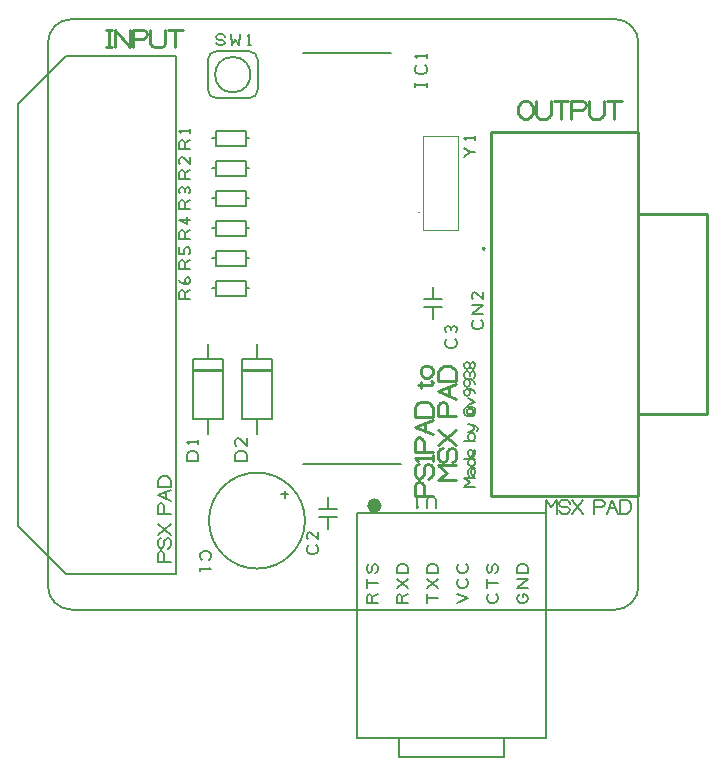
<source format=gbr>
G04 DesignSpark PCB PRO Gerber Version 10.0 Build 5299*
G04 #@! TF.Part,Single*
G04 #@! TF.FileFunction,Legend,Top*
G04 #@! TF.FilePolarity,Positive*
%FSLAX35Y35*%
%MOIN*%
%ADD78C,0.00394*%
%ADD20C,0.00500*%
%ADD76C,0.00591*%
%ADD75C,0.00787*%
%ADD74C,0.00984*%
%ADD77C,0.01000*%
G04 #@! TD.AperFunction*
X0Y0D02*
D02*
D20*
X26860Y283647D02*
Y142847D01*
X42860Y126847D01*
X79660D01*
Y299647D01*
X42860D01*
X26860Y283647D01*
X84313Y218414D02*
X80563D01*
Y220601D01*
X80875Y221226D01*
X81500Y221539D01*
X82125Y221226D01*
X82437Y220601D01*
Y218414D01*
Y220601D02*
X84313Y221539D01*
X83375Y223414D02*
X82750Y223726D01*
X82437Y224351D01*
Y224976D01*
X82750Y225601D01*
X83375Y225914D01*
X84000Y225601D01*
X84313Y224976D01*
Y224351D01*
X84000Y223726D01*
X83375Y223414D01*
X82437D01*
X81500Y223726D01*
X80875Y224351D01*
X80563Y224976D01*
X84313Y228414D02*
X80563D01*
Y230601D01*
X80875Y231226D01*
X81500Y231539D01*
X82125Y231226D01*
X82437Y230601D01*
Y228414D01*
Y230601D02*
X84313Y231539D01*
X84000Y233414D02*
X84313Y234039D01*
Y234976D01*
X84000Y235601D01*
X83375Y235914D01*
X83063D01*
X82437Y235601D01*
X82125Y234976D01*
Y233414D01*
X80563D01*
Y235914D01*
X84313Y238414D02*
X80563D01*
Y240601D01*
X80875Y241226D01*
X81500Y241539D01*
X82125Y241226D01*
X82437Y240601D01*
Y238414D01*
Y240601D02*
X84313Y241539D01*
Y244976D02*
X80563D01*
X83063Y243414D01*
Y245914D01*
X84313Y248414D02*
X80563D01*
Y250601D01*
X80875Y251226D01*
X81500Y251539D01*
X82125Y251226D01*
X82437Y250601D01*
Y248414D01*
Y250601D02*
X84313Y251539D01*
X84000Y253726D02*
X84313Y254351D01*
Y254976D01*
X84000Y255601D01*
X83375Y255914D01*
X82750Y255601D01*
X82437Y254976D01*
Y254351D01*
Y254976D02*
X82125Y255601D01*
X81500Y255914D01*
X80875Y255601D01*
X80563Y254976D01*
Y254351D01*
X80875Y253726D01*
X84313Y258414D02*
X80563D01*
Y260601D01*
X80875Y261226D01*
X81500Y261539D01*
X82125Y261226D01*
X82437Y260601D01*
Y258414D01*
Y260601D02*
X84313Y261539D01*
Y265914D02*
Y263414D01*
X82125Y265601D01*
X81500Y265914D01*
X80875Y265601D01*
X80563Y264976D01*
Y264039D01*
X80875Y263414D01*
X84313Y268414D02*
X80563D01*
Y270601D01*
X80875Y271226D01*
X81500Y271539D01*
X82125Y271226D01*
X82437Y270601D01*
Y268414D01*
Y270601D02*
X84313Y271539D01*
Y274039D02*
Y275289D01*
Y274664D02*
X80563D01*
X81187Y274039D01*
X88063Y131539D02*
X87750Y131851D01*
X87437Y132476D01*
Y133414D01*
X87750Y134039D01*
X88063Y134351D01*
X88687Y134664D01*
X89937D01*
X90563Y134351D01*
X90875Y134039D01*
X91187Y133414D01*
Y132476D01*
X90875Y131851D01*
X90563Y131539D01*
X87437Y129039D02*
Y127789D01*
Y128414D02*
X91187D01*
X90563Y129039D01*
X86813Y164664D02*
X83063D01*
Y166539D01*
X83375Y167164D01*
X83687Y167476D01*
X84313Y167789D01*
X85563D01*
X86187Y167476D01*
X86500Y167164D01*
X86813Y166539D01*
Y164664D01*
Y170289D02*
Y171539D01*
Y170914D02*
X83063D01*
X83687Y170289D01*
X90250Y173414D02*
Y178414D01*
Y198414D02*
Y203414D01*
X92750Y219664D02*
X102750D01*
Y224664D01*
X92750D01*
Y219664D01*
Y222164D02*
X91500D01*
X92750Y229664D02*
X102750D01*
Y234664D01*
X92750D01*
Y229664D01*
Y232164D02*
X91500D01*
X92750Y239664D02*
X102750D01*
Y244664D01*
X92750D01*
Y239664D01*
Y242164D02*
X91500D01*
X92750Y249664D02*
X102750D01*
Y254664D01*
X92750D01*
Y249664D01*
Y252164D02*
X91500D01*
X92750Y259664D02*
X102750D01*
Y264664D01*
X92750D01*
Y259664D01*
Y262164D02*
X91500D01*
X92750Y269664D02*
X102750D01*
Y274664D01*
X92750D01*
Y269664D01*
Y272164D02*
X91500D01*
X92750Y304039D02*
X93063Y303414D01*
X93687Y303101D01*
X94937D01*
X95563Y303414D01*
X95875Y304039D01*
X95563Y304664D01*
X94937Y304976D01*
X93687D01*
X93063Y305289D01*
X92750Y305914D01*
X93063Y306539D01*
X93687Y306851D01*
X94937D01*
X95563Y306539D01*
X95875Y305914D01*
X97750Y306851D02*
X98063Y303101D01*
X99313Y304976D01*
X100563Y303101D01*
X100875Y306851D01*
X103375Y303101D02*
X104625D01*
X104000D02*
Y306851D01*
X103375Y306226D01*
X95250Y178414D02*
X85250D01*
Y198414D01*
X95250D01*
Y178414D01*
X98439Y287420D02*
G75*
G03*
Y299231I0J5906D01*
G01*
G75*
G03*
Y287420I0J-5906D01*
G01*
X102750Y222164D02*
X104000D01*
X102750Y232164D02*
X104000D01*
X102750Y242164D02*
X104000D01*
X102750Y252164D02*
X104000D01*
X102750Y262164D02*
X104000D01*
X102750Y272164D02*
X104000D01*
X103852Y301180D02*
X93026D01*
G75*
G03*
X90073Y298227I0J-2953D01*
G01*
Y288384D01*
G75*
G03*
X93026Y285431I2953J0D01*
G01*
X103852D01*
G75*
G03*
X106805Y288384I0J2953D01*
G01*
Y298227D01*
G75*
G03*
X103852Y301180I-2953J0D01*
G01*
X103063Y164664D02*
X99313D01*
Y166539D01*
X99625Y167164D01*
X99937Y167476D01*
X100563Y167789D01*
X101813D01*
X102437Y167476D01*
X102750Y167164D01*
X103063Y166539D01*
Y164664D01*
Y172164D02*
Y169664D01*
X100875Y171851D01*
X100250Y172164D01*
X99625Y171851D01*
X99313Y171226D01*
Y170289D01*
X99625Y169664D01*
X106500Y160664D02*
G75*
G02*
X122500Y144664I0J-16000D01*
G01*
G75*
G02*
X106500Y128664I-16000J0D01*
G01*
G75*
G02*
X90500Y144664I0J16000D01*
G01*
G75*
G02*
X106500Y160664I16000J0D01*
G01*
Y173414D02*
Y178414D01*
Y198414D02*
Y203414D01*
X111500Y178414D02*
X101500D01*
Y198414D01*
X111500D01*
Y178414D01*
X115687Y154664D02*
Y152164D01*
X114437Y153414D02*
X116937D01*
X127250Y145914D02*
X133250D01*
X127250Y148414D02*
X133250D01*
X126187Y136539D02*
X126500Y136226D01*
X126813Y135601D01*
Y134664D01*
X126500Y134039D01*
X126187Y133726D01*
X125563Y133414D01*
X124313D01*
X123687Y133726D01*
X123375Y134039D01*
X123063Y134664D01*
Y135601D01*
X123375Y136226D01*
X123687Y136539D01*
X126813Y140914D02*
Y138414D01*
X124625Y140601D01*
X124000Y140914D01*
X123375Y140601D01*
X123063Y139976D01*
Y139039D01*
X123375Y138414D01*
X130250Y141914D02*
Y145914D01*
Y148414D02*
Y152414D01*
X146813Y117164D02*
X143063D01*
Y119351D01*
X143375Y119976D01*
X144000Y120289D01*
X144625Y119976D01*
X144937Y119351D01*
Y117164D01*
Y119351D02*
X146813Y120289D01*
Y123726D02*
X143063D01*
Y122164D02*
Y125289D01*
X145875Y127164D02*
X146500Y127476D01*
X146813Y128101D01*
Y129351D01*
X146500Y129976D01*
X145875Y130289D01*
X145250Y129976D01*
X144937Y129351D01*
Y128101D01*
X144625Y127476D01*
X144000Y127164D01*
X143375Y127476D01*
X143063Y128101D01*
Y129351D01*
X143375Y129976D01*
X144000Y130289D01*
X156813Y117164D02*
X153063D01*
Y119351D01*
X153375Y119976D01*
X154000Y120289D01*
X154625Y119976D01*
X154937Y119351D01*
Y117164D01*
Y119351D02*
X156813Y120289D01*
Y122164D02*
X153063Y125289D01*
Y122164D02*
X156813Y125289D01*
Y127164D02*
X153063D01*
Y129039D01*
X153375Y129664D01*
X153687Y129976D01*
X154313Y130289D01*
X155563D01*
X156187Y129976D01*
X156500Y129664D01*
X156813Y129039D01*
Y127164D01*
X166813Y118726D02*
X163063D01*
Y117164D02*
Y120289D01*
X166813Y122164D02*
X163063Y125289D01*
Y122164D02*
X166813Y125289D01*
Y127164D02*
X163063D01*
Y129039D01*
X163375Y129664D01*
X163687Y129976D01*
X164313Y130289D01*
X165563D01*
X166187Y129976D01*
X166500Y129664D01*
X166813Y129039D01*
Y127164D01*
X173063Y117164D02*
X176813Y118726D01*
X173063Y120289D01*
X176187Y125289D02*
X176500Y124976D01*
X176813Y124351D01*
Y123414D01*
X176500Y122789D01*
X176187Y122476D01*
X175563Y122164D01*
X174313D01*
X173687Y122476D01*
X173375Y122789D01*
X173063Y123414D01*
Y124351D01*
X173375Y124976D01*
X173687Y125289D01*
X176187Y130289D02*
X176500Y129976D01*
X176813Y129351D01*
Y128414D01*
X176500Y127789D01*
X176187Y127476D01*
X175563Y127164D01*
X174313D01*
X173687Y127476D01*
X173375Y127789D01*
X173063Y128414D01*
Y129351D01*
X173375Y129976D01*
X173687Y130289D01*
X186187Y120289D02*
X186500Y119976D01*
X186813Y119351D01*
Y118414D01*
X186500Y117789D01*
X186187Y117476D01*
X185563Y117164D01*
X184313D01*
X183687Y117476D01*
X183375Y117789D01*
X183063Y118414D01*
Y119351D01*
X183375Y119976D01*
X183687Y120289D01*
X186813Y123726D02*
X183063D01*
Y122164D02*
Y125289D01*
X185875Y127164D02*
X186500Y127476D01*
X186813Y128101D01*
Y129351D01*
X186500Y129976D01*
X185875Y130289D01*
X185250Y129976D01*
X184937Y129351D01*
Y128101D01*
X184625Y127476D01*
X184000Y127164D01*
X183375Y127476D01*
X183063Y128101D01*
Y129351D01*
X183375Y129976D01*
X184000Y130289D01*
X195250Y119351D02*
Y120289D01*
X195563D01*
X196187Y119976D01*
X196500Y119664D01*
X196813Y119039D01*
Y118414D01*
X196500Y117789D01*
X196187Y117476D01*
X195563Y117164D01*
X194313D01*
X193687Y117476D01*
X193375Y117789D01*
X193063Y118414D01*
Y119039D01*
X193375Y119664D01*
X193687Y119976D01*
X194313Y120289D01*
X196813Y122164D02*
X193063D01*
X196813Y125289D01*
X193063D01*
X196813Y127164D02*
X193063D01*
Y129039D01*
X193375Y129664D01*
X193687Y129976D01*
X194313Y130289D01*
X195563D01*
X196187Y129976D01*
X196500Y129664D01*
X196813Y129039D01*
Y127164D01*
X147750Y149664D02*
G75*
G03*
X143550I-2100J0D01*
G01*
G75*
G03*
X147750I2100J0D01*
G01*
G36*
X147750Y149664D02*
G75*
G03*
X143550I-2100J0D01*
G01*
G75*
G03*
X147750I2100J0D01*
G01*
G37*
X162250Y215914D02*
X168250D01*
X162250Y218414D02*
X168250D01*
X163063Y289351D02*
Y290601D01*
Y289976D02*
X159313D01*
Y289351D02*
Y290601D01*
X162437Y296539D02*
X162750Y296226D01*
X163063Y295601D01*
Y294664D01*
X162750Y294039D01*
X162437Y293726D01*
X161813Y293414D01*
X160563D01*
X159937Y293726D01*
X159625Y294039D01*
X159313Y294664D01*
Y295601D01*
X159625Y296226D01*
X159937Y296539D01*
X163063Y299039D02*
Y300289D01*
Y299664D02*
X159313D01*
X159937Y299039D01*
X165250Y211914D02*
Y215914D01*
Y218414D02*
Y222414D01*
X166254Y148768D02*
Y151580D01*
X165941Y152205D01*
X165317Y152518D01*
X164067D01*
X163441Y152205D01*
X163129Y151580D01*
Y148768D01*
X160629Y152518D02*
X159379D01*
X160004D02*
Y148768D01*
X160629Y149393D01*
X172437Y205289D02*
X172750Y204976D01*
X173063Y204351D01*
Y203414D01*
X172750Y202789D01*
X172437Y202476D01*
X171813Y202164D01*
X170563D01*
X169937Y202476D01*
X169625Y202789D01*
X169313Y203414D01*
Y204351D01*
X169625Y204976D01*
X169937Y205289D01*
X172750Y207476D02*
X173063Y208101D01*
Y208726D01*
X172750Y209351D01*
X172125Y209664D01*
X171500Y209351D01*
X171187Y208726D01*
Y208101D01*
Y208726D02*
X170875Y209351D01*
X170250Y209664D01*
X169625Y209351D01*
X169313Y208726D01*
Y208101D01*
X169625Y207476D01*
X179313Y267476D02*
X177437D01*
X175563Y265914D01*
X177437Y267476D02*
X175563Y269039D01*
X179313Y271539D02*
Y272789D01*
Y272164D02*
X175563D01*
X176187Y271539D01*
X181187Y211539D02*
X181500Y211226D01*
X181813Y210601D01*
Y209664D01*
X181500Y209039D01*
X181187Y208726D01*
X180563Y208414D01*
X179313D01*
X178687Y208726D01*
X178375Y209039D01*
X178063Y209664D01*
Y210601D01*
X178375Y211226D01*
X178687Y211539D01*
X181813Y213414D02*
X178063D01*
X181813Y216539D01*
X178063D01*
X181813Y220914D02*
Y218414D01*
X179625Y220601D01*
X179000Y220914D01*
X178375Y220601D01*
X178063Y219976D01*
Y219039D01*
X178375Y218414D01*
X188754Y72361D02*
X153754D01*
Y65955D01*
X188754D01*
Y72361D01*
X202750D02*
X139758D01*
Y147164D01*
X202750D01*
Y72361D01*
X225801Y311839D02*
G75*
G02*
X233675Y303965I0J-7874D01*
G01*
Y122863D01*
G75*
G02*
X225801Y114989I-7874J0D01*
G01*
X44699D01*
G75*
G02*
X36825Y122863I0J7874D01*
G01*
Y303965D01*
G75*
G02*
X44699Y311839I7874J0D01*
G01*
X225801D01*
D02*
D74*
X56215Y302390D02*
X58183D01*
X57199D02*
Y308296D01*
X56215D02*
X58183D01*
X59128Y302390D02*
Y308296D01*
X64049Y302390D01*
Y308296D01*
X65033Y302390D02*
Y308296D01*
X68478D01*
X69463Y307804D01*
X69955Y306819D01*
X69463Y305835D01*
X68478Y305343D01*
X65033D01*
X70939Y308296D02*
Y303867D01*
X71431Y302882D01*
X72415Y302390D01*
X74384D01*
X75368Y302882D01*
X75860Y303867D01*
Y308296D01*
X79305Y302390D02*
Y308296D01*
X76844D02*
X81766D01*
X165024Y152754D02*
X159118D01*
Y156199D01*
X159610Y157183D01*
X160594Y157676D01*
X161579Y157183D01*
X162071Y156199D01*
Y152754D01*
X163547Y158660D02*
X164531Y159152D01*
X165024Y160136D01*
Y162105D01*
X164531Y163089D01*
X163547Y163581D01*
X162563Y163089D01*
X162071Y162105D01*
Y160136D01*
X161579Y159152D01*
X160594Y158660D01*
X159610Y159152D01*
X159118Y160136D01*
Y162105D01*
X159610Y163089D01*
X160594Y163581D01*
X165024Y164565D02*
Y166534D01*
Y165550D02*
X159118D01*
X160102Y164565D01*
X165024Y167479D02*
X159118D01*
Y170924D01*
X159610Y171908D01*
X160594Y172400D01*
X161579Y171908D01*
X162071Y170924D01*
Y167479D01*
X165024Y173384D02*
X159118Y175845D01*
X165024Y178306D01*
X162563Y174369D02*
Y177321D01*
X165024Y179290D02*
X159118D01*
Y182243D01*
X159610Y183227D01*
X160102Y183719D01*
X161087Y184211D01*
X163055D01*
X164039Y183719D01*
X164531Y183227D01*
X165024Y182243D01*
Y179290D01*
X161087Y188739D02*
Y191035D01*
X160102Y189887D02*
X164531D01*
X165024Y190379D01*
Y190871D01*
X164531Y191363D01*
X163547Y192282D02*
X164531Y192774D01*
X165024Y193758D01*
Y194743D01*
X164531Y195727D01*
X163547Y196219D01*
X162563D01*
X161579Y195727D01*
X161087Y194743D01*
Y193758D01*
X161579Y192774D01*
X162563Y192282D01*
X163547D01*
X172898Y158187D02*
X166992D01*
X169945Y160648D01*
X166992Y163109D01*
X172898D01*
X171421Y164093D02*
X172406Y164585D01*
X172898Y165569D01*
Y167538D01*
X172406Y168522D01*
X171421Y169014D01*
X170437Y168522D01*
X169945Y167538D01*
Y165569D01*
X169453Y164585D01*
X168469Y164093D01*
X167484Y164585D01*
X166992Y165569D01*
Y167538D01*
X167484Y168522D01*
X168469Y169014D01*
X172898Y169998D02*
X166992Y174920D01*
Y169998D02*
X172898Y174920D01*
Y179447D02*
X166992D01*
Y182892D01*
X167484Y183876D01*
X168469Y184369D01*
X169453Y183876D01*
X169945Y182892D01*
Y179447D01*
X172898Y185353D02*
X166992Y187813D01*
X172898Y190274D01*
X170437Y186337D02*
Y189290D01*
X172898Y191258D02*
X166992D01*
Y194211D01*
X167484Y195195D01*
X167976Y195687D01*
X168961Y196180D01*
X170929D01*
X171913Y195687D01*
X172406Y195195D01*
X172898Y194211D01*
Y191258D01*
X193567Y280609D02*
Y282577D01*
X194059Y283561D01*
X194551Y284054D01*
X195535Y284546D01*
X196520D01*
X197504Y284054D01*
X197996Y283561D01*
X198488Y282577D01*
Y280609D01*
X197996Y279624D01*
X197504Y279132D01*
X196520Y278640D01*
X195535D01*
X194551Y279132D01*
X194059Y279624D01*
X193567Y280609D01*
X199472Y284546D02*
Y280117D01*
X199965Y279132D01*
X200949Y278640D01*
X202917D01*
X203902Y279132D01*
X204394Y280117D01*
Y284546D01*
X207839Y278640D02*
Y284546D01*
X205378D02*
X210299D01*
X211283Y278640D02*
Y284546D01*
X214728D01*
X215713Y284054D01*
X216205Y283069D01*
X215713Y282085D01*
X214728Y281593D01*
X211283D01*
X217189Y284546D02*
Y280117D01*
X217681Y279132D01*
X218665Y278640D01*
X220634D01*
X221618Y279132D01*
X222110Y280117D01*
Y284546D01*
X225555Y278640D02*
Y284546D01*
X223094D02*
X228016D01*
D02*
D75*
X77893Y130914D02*
X73463D01*
Y133498D01*
X73833Y134236D01*
X74571Y134605D01*
X75309Y134236D01*
X75678Y133498D01*
Y130914D01*
X76785Y135343D02*
X77524Y135712D01*
X77893Y136450D01*
Y137927D01*
X77524Y138665D01*
X76785Y139034D01*
X76047Y138665D01*
X75678Y137927D01*
Y136450D01*
X75309Y135712D01*
X74571Y135343D01*
X73833Y135712D01*
X73463Y136450D01*
Y137927D01*
X73833Y138665D01*
X74571Y139034D01*
X77893Y139772D02*
X73463Y143463D01*
Y139772D02*
X77893Y143463D01*
Y146859D02*
X73463D01*
Y149443D01*
X73833Y150181D01*
X74571Y150550D01*
X75309Y150181D01*
X75678Y149443D01*
Y146859D01*
X77893Y151288D02*
X73463Y153133D01*
X77893Y154979D01*
X76047Y152026D02*
Y154241D01*
X77893Y155717D02*
X73463D01*
Y157931D01*
X73833Y158670D01*
X74202Y159039D01*
X74940Y159408D01*
X76416D01*
X77154Y159039D01*
X77524Y158670D01*
X77893Y157931D01*
Y155717D01*
X151248Y300664D02*
X121752D01*
X154354Y163664D02*
X121752D01*
X202750Y147021D02*
Y151450D01*
X204596Y149236D01*
X206441Y151450D01*
Y147021D01*
X207179Y148128D02*
X207548Y147390D01*
X208287Y147021D01*
X209763D01*
X210501Y147390D01*
X210870Y148128D01*
X210501Y148867D01*
X209763Y149236D01*
X208287D01*
X207548Y149605D01*
X207179Y150343D01*
X207548Y151081D01*
X208287Y151450D01*
X209763D01*
X210501Y151081D01*
X210870Y150343D01*
X211608Y147021D02*
X215299Y151450D01*
X211608D02*
X215299Y147021D01*
X218695D02*
Y151450D01*
X221279D01*
X222017Y151081D01*
X222386Y150343D01*
X222017Y149605D01*
X221279Y149236D01*
X218695D01*
X223124Y147021D02*
X224970Y151450D01*
X226815Y147021D01*
X223862Y148867D02*
X226077D01*
X227553Y147021D02*
Y151450D01*
X229768D01*
X230506Y151081D01*
X230875Y150712D01*
X231244Y149974D01*
Y148498D01*
X230875Y147759D01*
X230506Y147390D01*
X229768Y147021D01*
X227553D01*
D02*
D76*
X179313Y155914D02*
X175563D01*
X177437Y157476D01*
X175563Y159039D01*
X179313D01*
X177125Y159664D02*
X176813Y160289D01*
Y161226D01*
X177125Y161851D01*
X177750Y162164D01*
X178687D01*
X179000Y161851D01*
X179313Y161226D01*
Y160601D01*
X179000Y159976D01*
X178687Y159664D01*
X178375D01*
X178063Y159976D01*
X177750Y160601D01*
Y161226D01*
X178063Y161851D01*
X178375Y162164D01*
X178687D02*
X179313D01*
X177750Y165264D02*
X177125Y164951D01*
X176813Y164326D01*
Y163701D01*
X177125Y163076D01*
X177750Y162764D01*
X178375D01*
X179000Y163076D01*
X179313Y163701D01*
Y164326D01*
X179000Y164951D01*
X178375Y165264D01*
X179313D02*
X175563D01*
X179000Y168364D02*
X179313Y168051D01*
Y167426D01*
Y166801D01*
X179000Y166176D01*
X178375Y165864D01*
X177437D01*
X177125Y166176D01*
X176813Y166801D01*
Y167426D01*
X177125Y168051D01*
X177437Y168364D01*
X177750D01*
X178063Y168051D01*
X178375Y167426D01*
Y166801D01*
X178063Y166176D01*
X177750Y165864D01*
X178375Y171214D02*
X179000Y171526D01*
X179313Y172151D01*
Y172776D01*
X179000Y173401D01*
X178375Y173714D01*
X177750D01*
X177125Y173401D01*
X176813Y172776D01*
Y172151D01*
X177125Y171526D01*
X177750Y171214D01*
X179313D02*
X175563D01*
X176813Y174314D02*
X178063Y174626D01*
X178687Y175251D01*
Y175876D01*
X178063Y176501D01*
X176813Y176814D01*
X178063Y176501D02*
X179313Y176189D01*
X179937Y175876D01*
X180250Y175251D01*
X179937Y174626D01*
X179000Y182476D02*
X179313Y181851D01*
Y180601D01*
X179000Y179976D01*
X178375Y179664D01*
X176500D01*
X175875Y179976D01*
X175563Y180601D01*
Y181539D01*
X175875Y182164D01*
X176500Y182476D01*
X178063D01*
X178375Y182164D01*
X178063Y181851D01*
X176813D01*
X176500Y181539D01*
Y180601D01*
X176813Y180289D01*
X178063D01*
X178375Y180601D01*
Y181539D01*
X178063Y181851D01*
X176813Y183064D02*
X179313Y184314D01*
X176813Y185564D01*
X179313Y187101D02*
X179000Y187726D01*
X178375Y188351D01*
X177437Y188664D01*
X176500D01*
X175875Y188351D01*
X175563Y187726D01*
Y187101D01*
X175875Y186476D01*
X176500Y186164D01*
X177125Y186476D01*
X177437Y187101D01*
Y187726D01*
X177125Y188351D01*
X176500Y188664D01*
X179313Y190201D02*
X179000Y190826D01*
X178375Y191451D01*
X177437Y191764D01*
X176500D01*
X175875Y191451D01*
X175563Y190826D01*
Y190201D01*
X175875Y189576D01*
X176500Y189264D01*
X177125Y189576D01*
X177437Y190201D01*
Y190826D01*
X177125Y191451D01*
X176500Y191764D01*
X179000Y192364D02*
X179313Y192989D01*
Y193614D01*
X179000Y194239D01*
X178375Y194551D01*
X177750Y194239D01*
X177437Y193614D01*
Y192989D01*
Y193614D02*
X177125Y194239D01*
X176500Y194551D01*
X175875Y194239D01*
X175563Y193614D01*
Y192989D01*
X175875Y192364D01*
X177437Y196101D02*
Y196726D01*
X177125Y197351D01*
X176500Y197664D01*
X175875Y197351D01*
X175563Y196726D01*
Y196101D01*
X175875Y195476D01*
X176500Y195164D01*
X177125Y195476D01*
X177437Y196101D01*
X177750Y195476D01*
X178375Y195164D01*
X179000Y195476D01*
X179313Y196101D01*
Y196726D01*
X179000Y197351D01*
X178375Y197664D01*
X177750Y197351D01*
X177437Y196726D01*
D02*
D77*
X85550Y194914D02*
X94950D01*
X101800D02*
X111200D01*
X182075Y235527D02*
G75*
G02*
Y234970I0J-278D01*
G01*
Y235527D02*
G75*
G02*
Y234970I0J-278D01*
G01*
G75*
G02*
Y235527I0J278D01*
G01*
X184453Y152764D02*
X233665D01*
Y274063D01*
X184453D01*
Y152764D01*
X233665Y180107D02*
X256500D01*
Y246721D01*
X233665D01*
D02*
D78*
X160270Y247321D02*
G75*
G03*
X160663I197J0D01*
G01*
X160270D02*
G75*
G02*
X160663I197J0D01*
G01*
X173656Y272912D02*
Y241416D01*
X161844D01*
Y272912D01*
X173656D01*
X0Y0D02*
M02*

</source>
